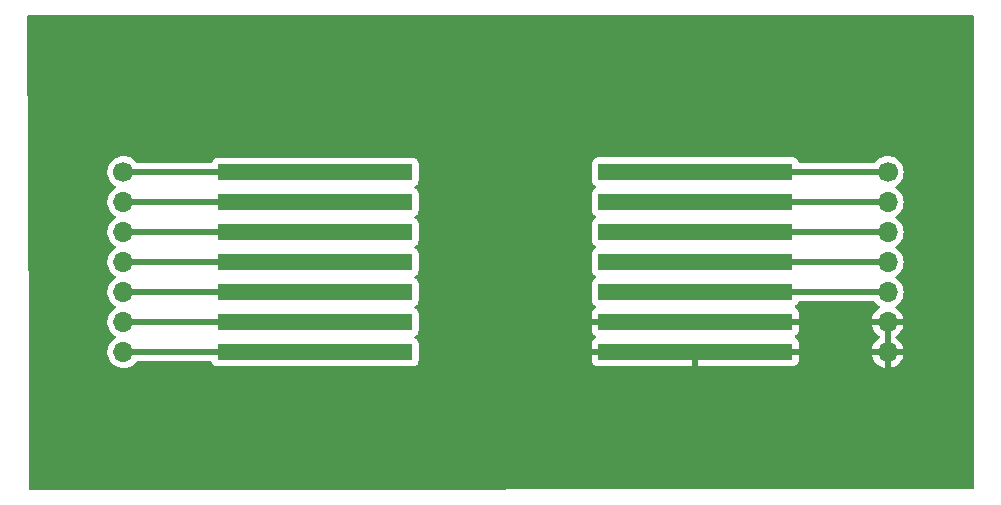
<source format=gbr>
%TF.GenerationSoftware,KiCad,Pcbnew,5.99.0-unknown-d430fae05d~122~ubuntu20.04.1*%
%TF.CreationDate,2021-03-24T14:17:41-07:00*%
%TF.ProjectId,laser-diode-butterfly-mount,6c617365-722d-4646-996f-64652d627574,rev?*%
%TF.SameCoordinates,Original*%
%TF.FileFunction,Copper,L1,Top*%
%TF.FilePolarity,Positive*%
%FSLAX46Y46*%
G04 Gerber Fmt 4.6, Leading zero omitted, Abs format (unit mm)*
G04 Created by KiCad (PCBNEW 5.99.0-unknown-d430fae05d~122~ubuntu20.04.1) date 2021-03-24 14:17:41*
%MOMM*%
%LPD*%
G01*
G04 APERTURE LIST*
%TA.AperFunction,SMDPad,CuDef*%
%ADD10R,16.500000X1.400000*%
%TD*%
%TA.AperFunction,ComponentPad*%
%ADD11C,1.700000*%
%TD*%
%TA.AperFunction,ComponentPad*%
%ADD12O,1.700000X1.700000*%
%TD*%
%TA.AperFunction,Conductor*%
%ADD13C,0.500000*%
%TD*%
%TA.AperFunction,Conductor*%
%ADD14C,0.250000*%
%TD*%
G04 APERTURE END LIST*
D10*
%TO.P,J1,1,Pin_1*%
%TO.N,Net-(J1-Pad1)*%
X54208000Y-63180000D03*
%TO.P,J1,2,Pin_2*%
%TO.N,Net-(J1-Pad2)*%
X54208000Y-65720000D03*
%TO.P,J1,3,Pin_3*%
%TO.N,Net-(J1-Pad3)*%
X54208000Y-68260000D03*
%TO.P,J1,4,Pin_4*%
%TO.N,Net-(J1-Pad4)*%
X54208000Y-70800000D03*
%TO.P,J1,5,Pin_5*%
%TO.N,Net-(J1-Pad5)*%
X54208000Y-73340000D03*
%TO.P,J1,6,Pin_6*%
%TO.N,Net-(J1-Pad6)*%
X54208000Y-75880000D03*
%TO.P,J1,7,Pin_7*%
%TO.N,Net-(J1-Pad7)*%
X54208000Y-78420000D03*
%TO.P,J1,8,Pin_8*%
%TO.N,GND*%
X86400000Y-78380000D03*
%TO.P,J1,9,Pin_9*%
X86400000Y-75840000D03*
%TO.P,J1,10,Pin_10*%
%TO.N,Net-(J1-Pad10)*%
X86400000Y-73300000D03*
%TO.P,J1,11,Pin_11*%
%TO.N,Net-(J1-Pad11)*%
X86400000Y-70760000D03*
%TO.P,J1,12,Pin_12*%
%TO.N,Net-(J1-Pad12)*%
X86400000Y-68220000D03*
%TO.P,J1,13,Pin_13*%
%TO.N,Net-(J1-Pad13)*%
X86400000Y-65680000D03*
%TO.P,J1,14,Pin_14*%
%TO.N,Net-(J1-Pad14)*%
X86400000Y-63140000D03*
%TD*%
D11*
%TO.P,RightHeader1,1,Pin_1*%
%TO.N,Net-(J1-Pad14)*%
X102680000Y-63170000D03*
D12*
%TO.P,RightHeader1,2,Pin_2*%
%TO.N,Net-(J1-Pad13)*%
X102680000Y-65710000D03*
%TO.P,RightHeader1,3,Pin_3*%
%TO.N,Net-(J1-Pad12)*%
X102680000Y-68250000D03*
%TO.P,RightHeader1,4,Pin_4*%
%TO.N,Net-(J1-Pad11)*%
X102680000Y-70790000D03*
%TO.P,RightHeader1,5,Pin_5*%
%TO.N,Net-(J1-Pad10)*%
X102680000Y-73330000D03*
%TO.P,RightHeader1,6,Pin_6*%
%TO.N,GND*%
X102680000Y-75870000D03*
%TO.P,RightHeader1,7,Pin_7*%
X102680000Y-78410000D03*
%TD*%
D11*
%TO.P,LeftHeader1,1,Pin_1*%
%TO.N,Net-(J1-Pad1)*%
X37980000Y-63170000D03*
D12*
%TO.P,LeftHeader1,2,Pin_2*%
%TO.N,Net-(J1-Pad2)*%
X37980000Y-65710000D03*
%TO.P,LeftHeader1,3,Pin_3*%
%TO.N,Net-(J1-Pad3)*%
X37980000Y-68250000D03*
%TO.P,LeftHeader1,4,Pin_4*%
%TO.N,Net-(J1-Pad4)*%
X37980000Y-70790000D03*
%TO.P,LeftHeader1,5,Pin_5*%
%TO.N,Net-(J1-Pad5)*%
X37980000Y-73330000D03*
%TO.P,LeftHeader1,6,Pin_6*%
%TO.N,Net-(J1-Pad6)*%
X37980000Y-75870000D03*
%TO.P,LeftHeader1,7,Pin_7*%
%TO.N,Net-(J1-Pad7)*%
X37980000Y-78410000D03*
%TD*%
D13*
%TO.N,Net-(J1-Pad14)*%
X86400000Y-63140000D02*
X102650000Y-63140000D01*
%TO.N,Net-(J1-Pad13)*%
X86400000Y-65680000D02*
X102650000Y-65680000D01*
%TO.N,Net-(J1-Pad12)*%
X86400000Y-68220000D02*
X102650000Y-68220000D01*
%TO.N,Net-(J1-Pad11)*%
X86400000Y-70760000D02*
X102650000Y-70760000D01*
%TO.N,Net-(J1-Pad10)*%
X86400000Y-73300000D02*
X102650000Y-73300000D01*
D14*
%TO.N,GND*%
X102680000Y-75870000D02*
X102680000Y-78410000D01*
D13*
X86400000Y-78380000D02*
X102650000Y-78380000D01*
X86400000Y-75840000D02*
X102650000Y-75840000D01*
%TO.N,Net-(J1-Pad7)*%
X37980000Y-78410000D02*
X54198000Y-78410000D01*
%TO.N,Net-(J1-Pad6)*%
X37980000Y-75870000D02*
X54198000Y-75870000D01*
%TO.N,Net-(J1-Pad5)*%
X37980000Y-73330000D02*
X54198000Y-73330000D01*
%TO.N,Net-(J1-Pad4)*%
X37980000Y-70790000D02*
X54198000Y-70790000D01*
%TO.N,Net-(J1-Pad3)*%
X37980000Y-68250000D02*
X54198000Y-68250000D01*
%TO.N,Net-(J1-Pad2)*%
X37980000Y-65710000D02*
X54198000Y-65710000D01*
%TO.N,Net-(J1-Pad1)*%
X37980000Y-63170000D02*
X54198000Y-63170000D01*
%TD*%
%TA.AperFunction,Conductor*%
%TO.N,GND*%
G36*
X109942121Y-49920002D02*
G01*
X109988614Y-49973658D01*
X110000000Y-50026000D01*
X110000000Y-89874157D01*
X109979998Y-89942278D01*
X109926342Y-89988771D01*
X109874158Y-90000157D01*
X30125531Y-90099843D01*
X30057385Y-90079926D01*
X30010825Y-90026329D01*
X29999375Y-89974470D01*
X29948619Y-79772368D01*
X29866529Y-63272233D01*
X36620338Y-63272233D01*
X36657002Y-63499861D01*
X36731494Y-63718056D01*
X36841685Y-63920580D01*
X36984424Y-64101644D01*
X36988389Y-64105220D01*
X37151659Y-64252489D01*
X37151665Y-64252494D01*
X37155629Y-64256069D01*
X37160142Y-64258928D01*
X37160144Y-64258929D01*
X37278242Y-64333731D01*
X37325087Y-64387079D01*
X37335654Y-64457285D01*
X37306587Y-64522058D01*
X37276186Y-64547894D01*
X37181196Y-64605535D01*
X37181189Y-64605540D01*
X37176631Y-64608306D01*
X37172601Y-64611803D01*
X37012675Y-64750579D01*
X37002492Y-64759415D01*
X36999109Y-64763541D01*
X36999105Y-64763545D01*
X36943798Y-64830998D01*
X36856304Y-64937705D01*
X36742245Y-65138077D01*
X36663578Y-65354802D01*
X36662629Y-65360051D01*
X36662628Y-65360054D01*
X36640890Y-65480265D01*
X36622551Y-65581683D01*
X36622500Y-65587023D01*
X36621097Y-65733210D01*
X36620338Y-65812233D01*
X36657002Y-66039861D01*
X36731494Y-66258056D01*
X36841685Y-66460580D01*
X36984424Y-66641644D01*
X36988389Y-66645220D01*
X37151659Y-66792489D01*
X37151665Y-66792494D01*
X37155629Y-66796069D01*
X37160142Y-66798928D01*
X37160144Y-66798929D01*
X37278242Y-66873731D01*
X37325087Y-66927079D01*
X37335654Y-66997285D01*
X37306587Y-67062058D01*
X37276186Y-67087894D01*
X37181196Y-67145535D01*
X37181189Y-67145540D01*
X37176631Y-67148306D01*
X37172601Y-67151803D01*
X37012675Y-67290579D01*
X37002492Y-67299415D01*
X36999109Y-67303541D01*
X36999105Y-67303545D01*
X36943798Y-67370998D01*
X36856304Y-67477705D01*
X36742245Y-67678077D01*
X36663578Y-67894802D01*
X36662629Y-67900051D01*
X36662628Y-67900054D01*
X36640890Y-68020265D01*
X36622551Y-68121683D01*
X36622500Y-68127023D01*
X36621097Y-68273210D01*
X36620338Y-68352233D01*
X36657002Y-68579861D01*
X36731494Y-68798056D01*
X36841685Y-69000580D01*
X36984424Y-69181644D01*
X36988389Y-69185220D01*
X37151659Y-69332489D01*
X37151665Y-69332494D01*
X37155629Y-69336069D01*
X37160142Y-69338928D01*
X37160144Y-69338929D01*
X37278242Y-69413731D01*
X37325087Y-69467079D01*
X37335654Y-69537285D01*
X37306587Y-69602058D01*
X37276186Y-69627894D01*
X37181196Y-69685535D01*
X37181189Y-69685540D01*
X37176631Y-69688306D01*
X37172601Y-69691803D01*
X37012675Y-69830579D01*
X37002492Y-69839415D01*
X36999109Y-69843541D01*
X36999105Y-69843545D01*
X36943798Y-69910998D01*
X36856304Y-70017705D01*
X36742245Y-70218077D01*
X36663578Y-70434802D01*
X36662629Y-70440051D01*
X36662628Y-70440054D01*
X36640890Y-70560265D01*
X36622551Y-70661683D01*
X36622500Y-70667023D01*
X36621097Y-70813210D01*
X36620338Y-70892233D01*
X36657002Y-71119861D01*
X36731494Y-71338056D01*
X36841685Y-71540580D01*
X36984424Y-71721644D01*
X36988389Y-71725220D01*
X37151659Y-71872489D01*
X37151665Y-71872494D01*
X37155629Y-71876069D01*
X37160142Y-71878928D01*
X37160144Y-71878929D01*
X37278242Y-71953731D01*
X37325087Y-72007079D01*
X37335654Y-72077285D01*
X37306587Y-72142058D01*
X37276186Y-72167894D01*
X37181196Y-72225535D01*
X37181189Y-72225540D01*
X37176631Y-72228306D01*
X37172601Y-72231803D01*
X37012675Y-72370579D01*
X37002492Y-72379415D01*
X36999109Y-72383541D01*
X36999105Y-72383545D01*
X36943798Y-72450998D01*
X36856304Y-72557705D01*
X36742245Y-72758077D01*
X36663578Y-72974802D01*
X36662629Y-72980051D01*
X36662628Y-72980054D01*
X36640890Y-73100265D01*
X36622551Y-73201683D01*
X36622500Y-73207023D01*
X36621097Y-73353210D01*
X36620338Y-73432233D01*
X36657002Y-73659861D01*
X36731494Y-73878056D01*
X36841685Y-74080580D01*
X36984424Y-74261644D01*
X36988389Y-74265220D01*
X37151659Y-74412489D01*
X37151665Y-74412494D01*
X37155629Y-74416069D01*
X37160142Y-74418928D01*
X37160144Y-74418929D01*
X37278242Y-74493731D01*
X37325087Y-74547079D01*
X37335654Y-74617285D01*
X37306587Y-74682058D01*
X37276186Y-74707894D01*
X37181196Y-74765535D01*
X37181189Y-74765540D01*
X37176631Y-74768306D01*
X37172601Y-74771803D01*
X37012675Y-74910579D01*
X37002492Y-74919415D01*
X36999109Y-74923541D01*
X36999105Y-74923545D01*
X36932819Y-75004388D01*
X36856304Y-75097705D01*
X36853665Y-75102341D01*
X36853663Y-75102344D01*
X36791244Y-75211998D01*
X36742245Y-75298077D01*
X36663578Y-75514802D01*
X36662629Y-75520051D01*
X36662628Y-75520054D01*
X36645997Y-75612027D01*
X36622551Y-75741683D01*
X36620338Y-75972233D01*
X36657002Y-76199861D01*
X36731494Y-76418056D01*
X36841685Y-76620580D01*
X36984424Y-76801644D01*
X36988389Y-76805220D01*
X37151659Y-76952489D01*
X37151665Y-76952494D01*
X37155629Y-76956069D01*
X37160142Y-76958928D01*
X37160144Y-76958929D01*
X37278242Y-77033731D01*
X37325087Y-77087079D01*
X37335654Y-77157285D01*
X37306587Y-77222058D01*
X37276186Y-77247894D01*
X37181196Y-77305535D01*
X37181189Y-77305540D01*
X37176631Y-77308306D01*
X37172601Y-77311803D01*
X37012675Y-77450579D01*
X37002492Y-77459415D01*
X36999109Y-77463541D01*
X36999105Y-77463545D01*
X36932819Y-77544388D01*
X36856304Y-77637705D01*
X36853665Y-77642341D01*
X36853663Y-77642344D01*
X36791244Y-77751998D01*
X36742245Y-77838077D01*
X36663578Y-78054802D01*
X36662629Y-78060051D01*
X36662628Y-78060054D01*
X36645997Y-78152027D01*
X36622551Y-78281683D01*
X36620338Y-78512233D01*
X36657002Y-78739861D01*
X36731494Y-78958056D01*
X36841685Y-79160580D01*
X36984424Y-79341644D01*
X36988389Y-79345220D01*
X37151659Y-79492489D01*
X37151665Y-79492494D01*
X37155629Y-79496069D01*
X37160142Y-79498928D01*
X37160144Y-79498929D01*
X37170774Y-79505662D01*
X37350406Y-79619439D01*
X37563184Y-79708228D01*
X37568387Y-79709425D01*
X37568392Y-79709426D01*
X37782678Y-79758701D01*
X37782683Y-79758702D01*
X37787881Y-79759897D01*
X37793209Y-79760200D01*
X37793212Y-79760200D01*
X37949293Y-79769063D01*
X38018071Y-79772968D01*
X38023378Y-79772368D01*
X38023380Y-79772368D01*
X38144272Y-79758701D01*
X38247173Y-79747068D01*
X38252288Y-79745587D01*
X38252292Y-79745586D01*
X38377161Y-79709426D01*
X38468635Y-79682937D01*
X38676125Y-79582409D01*
X38680463Y-79579309D01*
X38680468Y-79579306D01*
X38846176Y-79460888D01*
X38863711Y-79448357D01*
X39026030Y-79284617D01*
X39069859Y-79222139D01*
X39125355Y-79177859D01*
X39173009Y-79168500D01*
X45348188Y-79168500D01*
X45416309Y-79188502D01*
X45462802Y-79242158D01*
X45469083Y-79259002D01*
X45490904Y-79333316D01*
X45495775Y-79340895D01*
X45565051Y-79448691D01*
X45565053Y-79448694D01*
X45569923Y-79456271D01*
X45576733Y-79462172D01*
X45673569Y-79546082D01*
X45673572Y-79546084D01*
X45680381Y-79551984D01*
X45688579Y-79555728D01*
X45769841Y-79592839D01*
X45813330Y-79612700D01*
X45822245Y-79613982D01*
X45822246Y-79613982D01*
X45953552Y-79632861D01*
X45953559Y-79632862D01*
X45958000Y-79633500D01*
X62458000Y-79633500D01*
X62531079Y-79628273D01*
X62609165Y-79605345D01*
X62662670Y-79589635D01*
X62662672Y-79589634D01*
X62671316Y-79587096D01*
X62725951Y-79551984D01*
X62786691Y-79512949D01*
X62786694Y-79512947D01*
X62794271Y-79508077D01*
X62807778Y-79492489D01*
X62884082Y-79404431D01*
X62884084Y-79404428D01*
X62889984Y-79397619D01*
X62913914Y-79345220D01*
X62946958Y-79272864D01*
X62946958Y-79272863D01*
X62950700Y-79264670D01*
X62956815Y-79222139D01*
X62970861Y-79124448D01*
X62970862Y-79124441D01*
X62971500Y-79120000D01*
X62971500Y-78647548D01*
X77637000Y-78647548D01*
X77637000Y-79077743D01*
X77637161Y-79082250D01*
X77641740Y-79146269D01*
X77644126Y-79159491D01*
X77680819Y-79284458D01*
X77688233Y-79300692D01*
X77757426Y-79408360D01*
X77769112Y-79421847D01*
X77865840Y-79505662D01*
X77880848Y-79515307D01*
X77997275Y-79568477D01*
X78014388Y-79573502D01*
X78145554Y-79592361D01*
X78154495Y-79593000D01*
X86127885Y-79593000D01*
X86143124Y-79588525D01*
X86144329Y-79587135D01*
X86146000Y-79579452D01*
X86146000Y-78652115D01*
X86144659Y-78647548D01*
X86654000Y-78647548D01*
X86654000Y-79574885D01*
X86658475Y-79590124D01*
X86659865Y-79591329D01*
X86667548Y-79593000D01*
X94647743Y-79593000D01*
X94652250Y-79592839D01*
X94716269Y-79588260D01*
X94729491Y-79585874D01*
X94854458Y-79549181D01*
X94870692Y-79541767D01*
X94978360Y-79472574D01*
X94991847Y-79460888D01*
X95075662Y-79364160D01*
X95085307Y-79349152D01*
X95138477Y-79232725D01*
X95143502Y-79215612D01*
X95162361Y-79084446D01*
X95163000Y-79075503D01*
X95163000Y-78682423D01*
X101348255Y-78682423D01*
X101356638Y-78734471D01*
X101359212Y-78744793D01*
X101430230Y-78952810D01*
X101434497Y-78962533D01*
X101539556Y-79155625D01*
X101545402Y-79164491D01*
X101681486Y-79337113D01*
X101688750Y-79344875D01*
X101851967Y-79492094D01*
X101860444Y-79498528D01*
X102046122Y-79616136D01*
X102055567Y-79621053D01*
X102258406Y-79705694D01*
X102268545Y-79708950D01*
X102408345Y-79741096D01*
X102422422Y-79740257D01*
X102426000Y-79730999D01*
X102426000Y-78682115D01*
X102424659Y-78677548D01*
X102934000Y-78677548D01*
X102934000Y-79729941D01*
X102938151Y-79744079D01*
X102948798Y-79745774D01*
X102952192Y-79745096D01*
X103163333Y-79683954D01*
X103173259Y-79680143D01*
X103371065Y-79584307D01*
X103380212Y-79578876D01*
X103559041Y-79451083D01*
X103567149Y-79444182D01*
X103721893Y-79288082D01*
X103728706Y-79279933D01*
X103854940Y-79099988D01*
X103860295Y-79090787D01*
X103954399Y-78892156D01*
X103958123Y-78882197D01*
X104015968Y-78675718D01*
X104014430Y-78667351D01*
X104002137Y-78664000D01*
X102952115Y-78664000D01*
X102936876Y-78668475D01*
X102935671Y-78669865D01*
X102934000Y-78677548D01*
X102424659Y-78677548D01*
X102421525Y-78666876D01*
X102420135Y-78665671D01*
X102412452Y-78664000D01*
X101363403Y-78664000D01*
X101350222Y-78667870D01*
X101348255Y-78682423D01*
X95163000Y-78682423D01*
X95163000Y-78652115D01*
X95158525Y-78636876D01*
X95157135Y-78635671D01*
X95149452Y-78634000D01*
X86672115Y-78634000D01*
X86656876Y-78638475D01*
X86655671Y-78639865D01*
X86654000Y-78647548D01*
X86144659Y-78647548D01*
X86141525Y-78636876D01*
X86140135Y-78635671D01*
X86132452Y-78634000D01*
X77655115Y-78634000D01*
X77639876Y-78638475D01*
X77638671Y-78639865D01*
X77637000Y-78647548D01*
X62971500Y-78647548D01*
X62971500Y-77720000D01*
X62966273Y-77646921D01*
X62938425Y-77552080D01*
X62927635Y-77515330D01*
X62927634Y-77515328D01*
X62925096Y-77506684D01*
X62892693Y-77456264D01*
X62850949Y-77391309D01*
X62850947Y-77391306D01*
X62846077Y-77383729D01*
X62809045Y-77351640D01*
X62742431Y-77293918D01*
X62742428Y-77293916D01*
X62735619Y-77288016D01*
X62727422Y-77284272D01*
X62727418Y-77284270D01*
X62688779Y-77266624D01*
X62635124Y-77220131D01*
X62615122Y-77152010D01*
X62635124Y-77083890D01*
X62673001Y-77046013D01*
X62786691Y-76972949D01*
X62786694Y-76972947D01*
X62794271Y-76968077D01*
X62807778Y-76952489D01*
X62884082Y-76864431D01*
X62884084Y-76864428D01*
X62889984Y-76857619D01*
X62913914Y-76805220D01*
X62946958Y-76732864D01*
X62946958Y-76732863D01*
X62950700Y-76724670D01*
X62956815Y-76682139D01*
X62970861Y-76584448D01*
X62970862Y-76584441D01*
X62971500Y-76580000D01*
X62971500Y-76107548D01*
X77637000Y-76107548D01*
X77637000Y-76537743D01*
X77637161Y-76542250D01*
X77641740Y-76606269D01*
X77644126Y-76619491D01*
X77680819Y-76744458D01*
X77688233Y-76760692D01*
X77757426Y-76868360D01*
X77769112Y-76881847D01*
X77865840Y-76965662D01*
X77880848Y-76975307D01*
X77920251Y-76993301D01*
X77973907Y-77039794D01*
X77993909Y-77107915D01*
X77973907Y-77176035D01*
X77936030Y-77213913D01*
X77821637Y-77287428D01*
X77808153Y-77299112D01*
X77724338Y-77395840D01*
X77714693Y-77410848D01*
X77661523Y-77527275D01*
X77656498Y-77544388D01*
X77637639Y-77675554D01*
X77637000Y-77684495D01*
X77637000Y-78107885D01*
X77641475Y-78123124D01*
X77642865Y-78124329D01*
X77650548Y-78126000D01*
X95144885Y-78126000D01*
X95160124Y-78121525D01*
X95161329Y-78120135D01*
X95163000Y-78112452D01*
X95163000Y-77682257D01*
X95162839Y-77677750D01*
X95158260Y-77613731D01*
X95155874Y-77600509D01*
X95119181Y-77475542D01*
X95111767Y-77459308D01*
X95042574Y-77351640D01*
X95030888Y-77338153D01*
X94934160Y-77254338D01*
X94919152Y-77244693D01*
X94879749Y-77226699D01*
X94826093Y-77180206D01*
X94806091Y-77112085D01*
X94826093Y-77043965D01*
X94863970Y-77006087D01*
X94978363Y-76932572D01*
X94991847Y-76920888D01*
X95075662Y-76824160D01*
X95085307Y-76809152D01*
X95138477Y-76692725D01*
X95143502Y-76675612D01*
X95162361Y-76544446D01*
X95163000Y-76535503D01*
X95163000Y-76142423D01*
X101348255Y-76142423D01*
X101356638Y-76194471D01*
X101359212Y-76204793D01*
X101430230Y-76412810D01*
X101434497Y-76422533D01*
X101539556Y-76615625D01*
X101545402Y-76624491D01*
X101681486Y-76797113D01*
X101688750Y-76804875D01*
X101851967Y-76952094D01*
X101860444Y-76958528D01*
X101979188Y-77033740D01*
X102026033Y-77087088D01*
X102036600Y-77157294D01*
X102007533Y-77222067D01*
X101977132Y-77247903D01*
X101881486Y-77305942D01*
X101872896Y-77312206D01*
X101706884Y-77456264D01*
X101699464Y-77463895D01*
X101560100Y-77633860D01*
X101554075Y-77642627D01*
X101445342Y-77833644D01*
X101440877Y-77843308D01*
X101365882Y-78049916D01*
X101363111Y-78060184D01*
X101349008Y-78138174D01*
X101350427Y-78151414D01*
X101365062Y-78156000D01*
X102407885Y-78156000D01*
X102423124Y-78151525D01*
X102424329Y-78150135D01*
X102426000Y-78142452D01*
X102426000Y-76142115D01*
X102424659Y-76137548D01*
X102934000Y-76137548D01*
X102934000Y-78137885D01*
X102938475Y-78153124D01*
X102939865Y-78154329D01*
X102947548Y-78156000D01*
X103999079Y-78156000D01*
X104012610Y-78152027D01*
X104013876Y-78143218D01*
X103966954Y-77962433D01*
X103963419Y-77952395D01*
X103873147Y-77751998D01*
X103867967Y-77742692D01*
X103745218Y-77560366D01*
X103738557Y-77552080D01*
X103586830Y-77393030D01*
X103578873Y-77385990D01*
X103402524Y-77254783D01*
X103389523Y-77246721D01*
X103342170Y-77193823D01*
X103330933Y-77123721D01*
X103359380Y-77058673D01*
X103382666Y-77037122D01*
X103559041Y-76911083D01*
X103567149Y-76904182D01*
X103721893Y-76748082D01*
X103728706Y-76739933D01*
X103854940Y-76559988D01*
X103860295Y-76550787D01*
X103954399Y-76352156D01*
X103958123Y-76342197D01*
X104015968Y-76135718D01*
X104014430Y-76127351D01*
X104002137Y-76124000D01*
X102952115Y-76124000D01*
X102936876Y-76128475D01*
X102935671Y-76129865D01*
X102934000Y-76137548D01*
X102424659Y-76137548D01*
X102421525Y-76126876D01*
X102420135Y-76125671D01*
X102412452Y-76124000D01*
X101363403Y-76124000D01*
X101350222Y-76127870D01*
X101348255Y-76142423D01*
X95163000Y-76142423D01*
X95163000Y-76112115D01*
X95158525Y-76096876D01*
X95157135Y-76095671D01*
X95149452Y-76094000D01*
X77655115Y-76094000D01*
X77639876Y-76098475D01*
X77638671Y-76099865D01*
X77637000Y-76107548D01*
X62971500Y-76107548D01*
X62971500Y-75180000D01*
X62966273Y-75106921D01*
X62938425Y-75012080D01*
X62927635Y-74975330D01*
X62927634Y-74975328D01*
X62925096Y-74966684D01*
X62892693Y-74916264D01*
X62850949Y-74851309D01*
X62850947Y-74851306D01*
X62846077Y-74843729D01*
X62809045Y-74811640D01*
X62742431Y-74753918D01*
X62742428Y-74753916D01*
X62735619Y-74748016D01*
X62727422Y-74744272D01*
X62727418Y-74744270D01*
X62688779Y-74726624D01*
X62635124Y-74680131D01*
X62615122Y-74612010D01*
X62635124Y-74543890D01*
X62673001Y-74506013D01*
X62786691Y-74432949D01*
X62786694Y-74432947D01*
X62794271Y-74428077D01*
X62824710Y-74392949D01*
X62884082Y-74324431D01*
X62884084Y-74324428D01*
X62889984Y-74317619D01*
X62905141Y-74284431D01*
X62946958Y-74192864D01*
X62946958Y-74192863D01*
X62950700Y-74184670D01*
X62953937Y-74162158D01*
X62970861Y-74044448D01*
X62970862Y-74044441D01*
X62971500Y-74040000D01*
X62971500Y-72640000D01*
X62966273Y-72566921D01*
X62939467Y-72475626D01*
X62927635Y-72435330D01*
X62927634Y-72435328D01*
X62925096Y-72426684D01*
X62894519Y-72379105D01*
X62850949Y-72311309D01*
X62850947Y-72311306D01*
X62846077Y-72303729D01*
X62799915Y-72263729D01*
X62742431Y-72213918D01*
X62742428Y-72213916D01*
X62735619Y-72208016D01*
X62727422Y-72204272D01*
X62727418Y-72204270D01*
X62688779Y-72186624D01*
X62635124Y-72140131D01*
X62615122Y-72072010D01*
X62635124Y-72003890D01*
X62673001Y-71966013D01*
X62676305Y-71963890D01*
X62735242Y-71926013D01*
X62786691Y-71892949D01*
X62786694Y-71892947D01*
X62794271Y-71888077D01*
X62824710Y-71852949D01*
X62884082Y-71784431D01*
X62884084Y-71784428D01*
X62889984Y-71777619D01*
X62905141Y-71744431D01*
X62946958Y-71652864D01*
X62946958Y-71652863D01*
X62950700Y-71644670D01*
X62953937Y-71622158D01*
X62970861Y-71504448D01*
X62970862Y-71504441D01*
X62971500Y-71500000D01*
X62971500Y-70100000D01*
X62966273Y-70026921D01*
X62939467Y-69935626D01*
X62927635Y-69895330D01*
X62927634Y-69895328D01*
X62925096Y-69886684D01*
X62894519Y-69839105D01*
X62850949Y-69771309D01*
X62850947Y-69771306D01*
X62846077Y-69763729D01*
X62799915Y-69723729D01*
X62742431Y-69673918D01*
X62742428Y-69673916D01*
X62735619Y-69668016D01*
X62727422Y-69664272D01*
X62727418Y-69664270D01*
X62688779Y-69646624D01*
X62635124Y-69600131D01*
X62615122Y-69532010D01*
X62635124Y-69463890D01*
X62673001Y-69426013D01*
X62676305Y-69423890D01*
X62735242Y-69386013D01*
X62786691Y-69352949D01*
X62786694Y-69352947D01*
X62794271Y-69348077D01*
X62824710Y-69312949D01*
X62884082Y-69244431D01*
X62884084Y-69244428D01*
X62889984Y-69237619D01*
X62905141Y-69204431D01*
X62946958Y-69112864D01*
X62946958Y-69112863D01*
X62950700Y-69104670D01*
X62953937Y-69082158D01*
X62970861Y-68964448D01*
X62970862Y-68964441D01*
X62971500Y-68960000D01*
X62971500Y-67560000D01*
X62966273Y-67486921D01*
X62939467Y-67395626D01*
X62927635Y-67355330D01*
X62927634Y-67355328D01*
X62925096Y-67346684D01*
X62894519Y-67299105D01*
X62850949Y-67231309D01*
X62850947Y-67231306D01*
X62846077Y-67223729D01*
X62799915Y-67183729D01*
X62742431Y-67133918D01*
X62742428Y-67133916D01*
X62735619Y-67128016D01*
X62727422Y-67124272D01*
X62727418Y-67124270D01*
X62688779Y-67106624D01*
X62635124Y-67060131D01*
X62615122Y-66992010D01*
X62635124Y-66923890D01*
X62673001Y-66886013D01*
X62676305Y-66883890D01*
X62735242Y-66846013D01*
X62786691Y-66812949D01*
X62786694Y-66812947D01*
X62794271Y-66808077D01*
X62824710Y-66772949D01*
X62884082Y-66704431D01*
X62884084Y-66704428D01*
X62889984Y-66697619D01*
X62905141Y-66664431D01*
X62946958Y-66572864D01*
X62946958Y-66572863D01*
X62950700Y-66564670D01*
X62953937Y-66542158D01*
X62970861Y-66424448D01*
X62970862Y-66424441D01*
X62971500Y-66420000D01*
X62971500Y-65020000D01*
X62966273Y-64946921D01*
X62939467Y-64855626D01*
X62927635Y-64815330D01*
X62927634Y-64815328D01*
X62925096Y-64806684D01*
X62894519Y-64759105D01*
X62850949Y-64691309D01*
X62850947Y-64691306D01*
X62846077Y-64683729D01*
X62799915Y-64643729D01*
X62742431Y-64593918D01*
X62742428Y-64593916D01*
X62735619Y-64588016D01*
X62727422Y-64584272D01*
X62727418Y-64584270D01*
X62688779Y-64566624D01*
X62635124Y-64520131D01*
X62615122Y-64452010D01*
X62635124Y-64383890D01*
X62673001Y-64346013D01*
X62676305Y-64343890D01*
X62735242Y-64306013D01*
X62786691Y-64272949D01*
X62786694Y-64272947D01*
X62794271Y-64268077D01*
X62824710Y-64232949D01*
X62884082Y-64164431D01*
X62884084Y-64164428D01*
X62889984Y-64157619D01*
X62905141Y-64124431D01*
X62946958Y-64032864D01*
X62946958Y-64032863D01*
X62950700Y-64024670D01*
X62953937Y-64002158D01*
X62970861Y-63884448D01*
X62970862Y-63884441D01*
X62971500Y-63880000D01*
X62971500Y-62480000D01*
X62968639Y-62440000D01*
X77636500Y-62440000D01*
X77636500Y-63840000D01*
X77641727Y-63913079D01*
X77652128Y-63948502D01*
X77680350Y-64044617D01*
X77682904Y-64053316D01*
X77687775Y-64060895D01*
X77757051Y-64168691D01*
X77757053Y-64168694D01*
X77761923Y-64176271D01*
X77768733Y-64182172D01*
X77865569Y-64266082D01*
X77865572Y-64266084D01*
X77872381Y-64271984D01*
X77880578Y-64275728D01*
X77880582Y-64275730D01*
X77919221Y-64293376D01*
X77972876Y-64339869D01*
X77992878Y-64407990D01*
X77972876Y-64476110D01*
X77934999Y-64513987D01*
X77925439Y-64520131D01*
X77821309Y-64587051D01*
X77821306Y-64587053D01*
X77813729Y-64591923D01*
X77807828Y-64598733D01*
X77723918Y-64695569D01*
X77723916Y-64695572D01*
X77718016Y-64702381D01*
X77714272Y-64710579D01*
X77699749Y-64742381D01*
X77657300Y-64835330D01*
X77656018Y-64844245D01*
X77656018Y-64844246D01*
X77637139Y-64975552D01*
X77637138Y-64975559D01*
X77636500Y-64980000D01*
X77636500Y-66380000D01*
X77641727Y-66453079D01*
X77652128Y-66488502D01*
X77680350Y-66584617D01*
X77682904Y-66593316D01*
X77687775Y-66600895D01*
X77757051Y-66708691D01*
X77757053Y-66708694D01*
X77761923Y-66716271D01*
X77768733Y-66722172D01*
X77865569Y-66806082D01*
X77865572Y-66806084D01*
X77872381Y-66811984D01*
X77880578Y-66815728D01*
X77880582Y-66815730D01*
X77919221Y-66833376D01*
X77972876Y-66879869D01*
X77992878Y-66947990D01*
X77972876Y-67016110D01*
X77934999Y-67053987D01*
X77925439Y-67060131D01*
X77821309Y-67127051D01*
X77821306Y-67127053D01*
X77813729Y-67131923D01*
X77807828Y-67138733D01*
X77723918Y-67235569D01*
X77723916Y-67235572D01*
X77718016Y-67242381D01*
X77714272Y-67250579D01*
X77699749Y-67282381D01*
X77657300Y-67375330D01*
X77656018Y-67384245D01*
X77656018Y-67384246D01*
X77637139Y-67515552D01*
X77637138Y-67515559D01*
X77636500Y-67520000D01*
X77636500Y-68920000D01*
X77641727Y-68993079D01*
X77652128Y-69028502D01*
X77680350Y-69124617D01*
X77682904Y-69133316D01*
X77687775Y-69140895D01*
X77757051Y-69248691D01*
X77757053Y-69248694D01*
X77761923Y-69256271D01*
X77768733Y-69262172D01*
X77865569Y-69346082D01*
X77865572Y-69346084D01*
X77872381Y-69351984D01*
X77880578Y-69355728D01*
X77880582Y-69355730D01*
X77919221Y-69373376D01*
X77972876Y-69419869D01*
X77992878Y-69487990D01*
X77972876Y-69556110D01*
X77934999Y-69593987D01*
X77925439Y-69600131D01*
X77821309Y-69667051D01*
X77821306Y-69667053D01*
X77813729Y-69671923D01*
X77807828Y-69678733D01*
X77723918Y-69775569D01*
X77723916Y-69775572D01*
X77718016Y-69782381D01*
X77714272Y-69790579D01*
X77699749Y-69822381D01*
X77657300Y-69915330D01*
X77656018Y-69924245D01*
X77656018Y-69924246D01*
X77637139Y-70055552D01*
X77637138Y-70055559D01*
X77636500Y-70060000D01*
X77636500Y-71460000D01*
X77641727Y-71533079D01*
X77652128Y-71568502D01*
X77680350Y-71664617D01*
X77682904Y-71673316D01*
X77687775Y-71680895D01*
X77757051Y-71788691D01*
X77757053Y-71788694D01*
X77761923Y-71796271D01*
X77768733Y-71802172D01*
X77865569Y-71886082D01*
X77865572Y-71886084D01*
X77872381Y-71891984D01*
X77880578Y-71895728D01*
X77880582Y-71895730D01*
X77919221Y-71913376D01*
X77972876Y-71959869D01*
X77992878Y-72027990D01*
X77972876Y-72096110D01*
X77934999Y-72133987D01*
X77925439Y-72140131D01*
X77821309Y-72207051D01*
X77821306Y-72207053D01*
X77813729Y-72211923D01*
X77807828Y-72218733D01*
X77723918Y-72315569D01*
X77723916Y-72315572D01*
X77718016Y-72322381D01*
X77714272Y-72330579D01*
X77699749Y-72362381D01*
X77657300Y-72455330D01*
X77656018Y-72464245D01*
X77656018Y-72464246D01*
X77637139Y-72595552D01*
X77637138Y-72595559D01*
X77636500Y-72600000D01*
X77636500Y-74000000D01*
X77641727Y-74073079D01*
X77652128Y-74108502D01*
X77680350Y-74204617D01*
X77682904Y-74213316D01*
X77687775Y-74220895D01*
X77757051Y-74328691D01*
X77757053Y-74328694D01*
X77761923Y-74336271D01*
X77768733Y-74342172D01*
X77865569Y-74426082D01*
X77865572Y-74426084D01*
X77872381Y-74431984D01*
X77880578Y-74435728D01*
X77880582Y-74435730D01*
X77919757Y-74453621D01*
X77973413Y-74500114D01*
X77993414Y-74568235D01*
X77973411Y-74636356D01*
X77935534Y-74674232D01*
X77821640Y-74747426D01*
X77808153Y-74759112D01*
X77724338Y-74855840D01*
X77714693Y-74870848D01*
X77661523Y-74987275D01*
X77656498Y-75004388D01*
X77637639Y-75135554D01*
X77637000Y-75144495D01*
X77637000Y-75567885D01*
X77641475Y-75583124D01*
X77642865Y-75584329D01*
X77650548Y-75586000D01*
X95144885Y-75586000D01*
X95160124Y-75581525D01*
X95161329Y-75580135D01*
X95163000Y-75572452D01*
X95163000Y-75142257D01*
X95162839Y-75137750D01*
X95158260Y-75073731D01*
X95155874Y-75060509D01*
X95119181Y-74935542D01*
X95111767Y-74919308D01*
X95042574Y-74811640D01*
X95030888Y-74798153D01*
X94934160Y-74714338D01*
X94919148Y-74704691D01*
X94880284Y-74686942D01*
X94826628Y-74640449D01*
X94806627Y-74572328D01*
X94826630Y-74504207D01*
X94864506Y-74466331D01*
X94864894Y-74466082D01*
X94912122Y-74435730D01*
X94978691Y-74392949D01*
X94978694Y-74392947D01*
X94986271Y-74388077D01*
X95026048Y-74342172D01*
X95076082Y-74284431D01*
X95076084Y-74284428D01*
X95081984Y-74277619D01*
X95087647Y-74265220D01*
X95117315Y-74200255D01*
X95142700Y-74144670D01*
X95142835Y-74144732D01*
X95178477Y-74089275D01*
X95243058Y-74059782D01*
X95260988Y-74058500D01*
X101463164Y-74058500D01*
X101531285Y-74078502D01*
X101562114Y-74106494D01*
X101684424Y-74261644D01*
X101688389Y-74265220D01*
X101851659Y-74412489D01*
X101851665Y-74412494D01*
X101855629Y-74416069D01*
X101860142Y-74418928D01*
X101860144Y-74418929D01*
X101978712Y-74494029D01*
X102025557Y-74547377D01*
X102036124Y-74617583D01*
X102007057Y-74682357D01*
X101976656Y-74708192D01*
X101881486Y-74765942D01*
X101872896Y-74772206D01*
X101706884Y-74916264D01*
X101699464Y-74923895D01*
X101560100Y-75093860D01*
X101554075Y-75102627D01*
X101445342Y-75293644D01*
X101440877Y-75303308D01*
X101365882Y-75509916D01*
X101363111Y-75520184D01*
X101349008Y-75598174D01*
X101350427Y-75611414D01*
X101365062Y-75616000D01*
X103999079Y-75616000D01*
X104012610Y-75612027D01*
X104013876Y-75603218D01*
X103966954Y-75422433D01*
X103963419Y-75412395D01*
X103873147Y-75211998D01*
X103867967Y-75202692D01*
X103745218Y-75020366D01*
X103738557Y-75012080D01*
X103586830Y-74853030D01*
X103578873Y-74845990D01*
X103402524Y-74714783D01*
X103389981Y-74707005D01*
X103342628Y-74654107D01*
X103331391Y-74584005D01*
X103359838Y-74518957D01*
X103383122Y-74497409D01*
X103563711Y-74368357D01*
X103709893Y-74220895D01*
X103722277Y-74208403D01*
X103722278Y-74208402D01*
X103726030Y-74204617D01*
X103790245Y-74113079D01*
X103855375Y-74020236D01*
X103855376Y-74020234D01*
X103858439Y-74015868D01*
X103957153Y-73807508D01*
X104019349Y-73585494D01*
X104043249Y-73356176D01*
X104043500Y-73330000D01*
X104043250Y-73327052D01*
X104024458Y-73105576D01*
X104024457Y-73105572D01*
X104024007Y-73100265D01*
X103966084Y-72877098D01*
X103914731Y-72763098D01*
X103873578Y-72671743D01*
X103873577Y-72671741D01*
X103871388Y-72666882D01*
X103854810Y-72642257D01*
X103797886Y-72557705D01*
X103742627Y-72475626D01*
X103735202Y-72467842D01*
X103650846Y-72379415D01*
X103583482Y-72308799D01*
X103398504Y-72171171D01*
X103393743Y-72168751D01*
X103390425Y-72166693D01*
X103343071Y-72113796D01*
X103331832Y-72043695D01*
X103360277Y-71978645D01*
X103383564Y-71957093D01*
X103474674Y-71891984D01*
X103563711Y-71828357D01*
X103709893Y-71680895D01*
X103722277Y-71668403D01*
X103722278Y-71668402D01*
X103726030Y-71664617D01*
X103790245Y-71573079D01*
X103855375Y-71480236D01*
X103855376Y-71480234D01*
X103858439Y-71475868D01*
X103957153Y-71267508D01*
X104019349Y-71045494D01*
X104043249Y-70816176D01*
X104043500Y-70790000D01*
X104043250Y-70787052D01*
X104024458Y-70565576D01*
X104024457Y-70565572D01*
X104024007Y-70560265D01*
X103966084Y-70337098D01*
X103914731Y-70223098D01*
X103873578Y-70131743D01*
X103873577Y-70131741D01*
X103871388Y-70126882D01*
X103854810Y-70102257D01*
X103797886Y-70017705D01*
X103742627Y-69935626D01*
X103735202Y-69927842D01*
X103650846Y-69839415D01*
X103583482Y-69768799D01*
X103398504Y-69631171D01*
X103393743Y-69628751D01*
X103390425Y-69626693D01*
X103343071Y-69573796D01*
X103331832Y-69503695D01*
X103360277Y-69438645D01*
X103383564Y-69417093D01*
X103474674Y-69351984D01*
X103563711Y-69288357D01*
X103709893Y-69140895D01*
X103722277Y-69128403D01*
X103722278Y-69128402D01*
X103726030Y-69124617D01*
X103790245Y-69033079D01*
X103855375Y-68940236D01*
X103855376Y-68940234D01*
X103858439Y-68935868D01*
X103957153Y-68727508D01*
X104019349Y-68505494D01*
X104043249Y-68276176D01*
X104043500Y-68250000D01*
X104043250Y-68247052D01*
X104024458Y-68025576D01*
X104024457Y-68025572D01*
X104024007Y-68020265D01*
X103966084Y-67797098D01*
X103914731Y-67683098D01*
X103873578Y-67591743D01*
X103873577Y-67591741D01*
X103871388Y-67586882D01*
X103854810Y-67562257D01*
X103797886Y-67477705D01*
X103742627Y-67395626D01*
X103735202Y-67387842D01*
X103650846Y-67299415D01*
X103583482Y-67228799D01*
X103398504Y-67091171D01*
X103393743Y-67088751D01*
X103390425Y-67086693D01*
X103343071Y-67033796D01*
X103331832Y-66963695D01*
X103360277Y-66898645D01*
X103383564Y-66877093D01*
X103474674Y-66811984D01*
X103563711Y-66748357D01*
X103709893Y-66600895D01*
X103722277Y-66588403D01*
X103722278Y-66588402D01*
X103726030Y-66584617D01*
X103790245Y-66493079D01*
X103855375Y-66400236D01*
X103855376Y-66400234D01*
X103858439Y-66395868D01*
X103957153Y-66187508D01*
X104019349Y-65965494D01*
X104043249Y-65736176D01*
X104043500Y-65710000D01*
X104043250Y-65707052D01*
X104024458Y-65485576D01*
X104024457Y-65485572D01*
X104024007Y-65480265D01*
X103966084Y-65257098D01*
X103914731Y-65143098D01*
X103873578Y-65051743D01*
X103873577Y-65051741D01*
X103871388Y-65046882D01*
X103854810Y-65022257D01*
X103797886Y-64937705D01*
X103742627Y-64855626D01*
X103735202Y-64847842D01*
X103650846Y-64759415D01*
X103583482Y-64688799D01*
X103398504Y-64551171D01*
X103393743Y-64548751D01*
X103390425Y-64546693D01*
X103343071Y-64493796D01*
X103331832Y-64423695D01*
X103360277Y-64358645D01*
X103383564Y-64337093D01*
X103474674Y-64271984D01*
X103563711Y-64208357D01*
X103709893Y-64060895D01*
X103722277Y-64048403D01*
X103722278Y-64048402D01*
X103726030Y-64044617D01*
X103790245Y-63953079D01*
X103855375Y-63860236D01*
X103855376Y-63860234D01*
X103858439Y-63855868D01*
X103957153Y-63647508D01*
X104019349Y-63425494D01*
X104043249Y-63196176D01*
X104043500Y-63170000D01*
X104043250Y-63167052D01*
X104024458Y-62945576D01*
X104024457Y-62945572D01*
X104024007Y-62940265D01*
X103966084Y-62717098D01*
X103914731Y-62603098D01*
X103873578Y-62511743D01*
X103873577Y-62511741D01*
X103871388Y-62506882D01*
X103854810Y-62482257D01*
X103797886Y-62397705D01*
X103742627Y-62315626D01*
X103735202Y-62307842D01*
X103650846Y-62219415D01*
X103583482Y-62148799D01*
X103398504Y-62011171D01*
X103393753Y-62008755D01*
X103393749Y-62008753D01*
X103197740Y-61909097D01*
X103197739Y-61909097D01*
X103192982Y-61906678D01*
X103052033Y-61862912D01*
X102977895Y-61839891D01*
X102977889Y-61839890D01*
X102972792Y-61838307D01*
X102867798Y-61824391D01*
X102749515Y-61808714D01*
X102749510Y-61808714D01*
X102744230Y-61808014D01*
X102738900Y-61808214D01*
X102738899Y-61808214D01*
X102629030Y-61812339D01*
X102513831Y-61816663D01*
X102431368Y-61833966D01*
X102293411Y-61862912D01*
X102293408Y-61862913D01*
X102288184Y-61864009D01*
X102073740Y-61948697D01*
X101876631Y-62068306D01*
X101872601Y-62071803D01*
X101712675Y-62210579D01*
X101702492Y-62219415D01*
X101699109Y-62223541D01*
X101699105Y-62223545D01*
X101607398Y-62335391D01*
X101548739Y-62375385D01*
X101509964Y-62381500D01*
X95256876Y-62381500D01*
X95188755Y-62361498D01*
X95142262Y-62307842D01*
X95135980Y-62290998D01*
X95119635Y-62235330D01*
X95119634Y-62235328D01*
X95117096Y-62226684D01*
X95067042Y-62148799D01*
X95042949Y-62111309D01*
X95042947Y-62111306D01*
X95038077Y-62103729D01*
X94994004Y-62065539D01*
X94934431Y-62013918D01*
X94934428Y-62013916D01*
X94927619Y-62008016D01*
X94890451Y-61991042D01*
X94802864Y-61951042D01*
X94802863Y-61951042D01*
X94794670Y-61947300D01*
X94785755Y-61946018D01*
X94785754Y-61946018D01*
X94654448Y-61927139D01*
X94654441Y-61927138D01*
X94650000Y-61926500D01*
X78150000Y-61926500D01*
X78076921Y-61931727D01*
X78023884Y-61947300D01*
X77945330Y-61970365D01*
X77945328Y-61970366D01*
X77936684Y-61972904D01*
X77914284Y-61987300D01*
X77821309Y-62047051D01*
X77821306Y-62047053D01*
X77813729Y-62051923D01*
X77807828Y-62058733D01*
X77723918Y-62155569D01*
X77723916Y-62155572D01*
X77718016Y-62162381D01*
X77714272Y-62170579D01*
X77699749Y-62202381D01*
X77657300Y-62295330D01*
X77656018Y-62304245D01*
X77656018Y-62304246D01*
X77637139Y-62435552D01*
X77637138Y-62435559D01*
X77636500Y-62440000D01*
X62968639Y-62440000D01*
X62966273Y-62406921D01*
X62939467Y-62315626D01*
X62927635Y-62275330D01*
X62927634Y-62275328D01*
X62925096Y-62266684D01*
X62894519Y-62219105D01*
X62850949Y-62151309D01*
X62850947Y-62151306D01*
X62846077Y-62143729D01*
X62799915Y-62103729D01*
X62742431Y-62053918D01*
X62742428Y-62053916D01*
X62735619Y-62048016D01*
X62669401Y-62017775D01*
X62610864Y-61991042D01*
X62610863Y-61991042D01*
X62602670Y-61987300D01*
X62593755Y-61986018D01*
X62593754Y-61986018D01*
X62462448Y-61967139D01*
X62462441Y-61967138D01*
X62458000Y-61966500D01*
X45958000Y-61966500D01*
X45884921Y-61971727D01*
X45831884Y-61987300D01*
X45753330Y-62010365D01*
X45753328Y-62010366D01*
X45744684Y-62012904D01*
X45737105Y-62017775D01*
X45629309Y-62087051D01*
X45629306Y-62087053D01*
X45621729Y-62091923D01*
X45615828Y-62098733D01*
X45531918Y-62195569D01*
X45531916Y-62195572D01*
X45526016Y-62202381D01*
X45465300Y-62335330D01*
X45462468Y-62334037D01*
X45432446Y-62380737D01*
X45367861Y-62410220D01*
X45349948Y-62411500D01*
X39174239Y-62411500D01*
X39106118Y-62391498D01*
X39069719Y-62355867D01*
X39061045Y-62342984D01*
X39042627Y-62315626D01*
X39035202Y-62307842D01*
X38950846Y-62219415D01*
X38883482Y-62148799D01*
X38698504Y-62011171D01*
X38693753Y-62008755D01*
X38693749Y-62008753D01*
X38497740Y-61909097D01*
X38497739Y-61909097D01*
X38492982Y-61906678D01*
X38352033Y-61862912D01*
X38277895Y-61839891D01*
X38277889Y-61839890D01*
X38272792Y-61838307D01*
X38167798Y-61824391D01*
X38049515Y-61808714D01*
X38049510Y-61808714D01*
X38044230Y-61808014D01*
X38038900Y-61808214D01*
X38038899Y-61808214D01*
X37929030Y-61812339D01*
X37813831Y-61816663D01*
X37731368Y-61833966D01*
X37593411Y-61862912D01*
X37593408Y-61862913D01*
X37588184Y-61864009D01*
X37373740Y-61948697D01*
X37176631Y-62068306D01*
X37172601Y-62071803D01*
X37012675Y-62210579D01*
X37002492Y-62219415D01*
X36999109Y-62223541D01*
X36999105Y-62223545D01*
X36943798Y-62290998D01*
X36856304Y-62397705D01*
X36742245Y-62598077D01*
X36663578Y-62814802D01*
X36662629Y-62820051D01*
X36662628Y-62820054D01*
X36640890Y-62940265D01*
X36622551Y-63041683D01*
X36622500Y-63047023D01*
X36621097Y-63193210D01*
X36620338Y-63272233D01*
X29866529Y-63272233D01*
X29800630Y-50026627D01*
X29820292Y-49958407D01*
X29873716Y-49911648D01*
X29926628Y-49900000D01*
X109874000Y-49900000D01*
X109942121Y-49920002D01*
G37*
%TD.AperFunction*%
%TD*%
M02*

</source>
